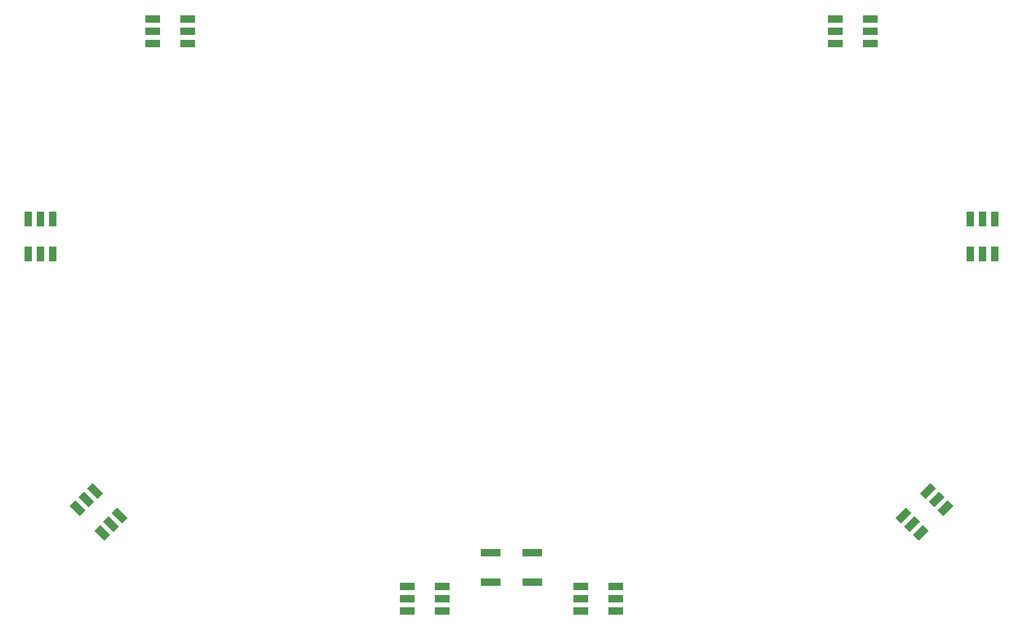
<source format=gtp>
G04 #@! TF.GenerationSoftware,KiCad,Pcbnew,(5.1.10)-1*
G04 #@! TF.CreationDate,2021-06-02T00:04:46-04:00*
G04 #@! TF.ProjectId,PocketVoltex,506f636b-6574-4566-9f6c-7465782e6b69,7*
G04 #@! TF.SameCoordinates,Original*
G04 #@! TF.FileFunction,Paste,Top*
G04 #@! TF.FilePolarity,Positive*
%FSLAX46Y46*%
G04 Gerber Fmt 4.6, Leading zero omitted, Abs format (unit mm)*
G04 Created by KiCad (PCBNEW (5.1.10)-1) date 2021-06-02 00:04:46*
%MOMM*%
%LPD*%
G01*
G04 APERTURE LIST*
%ADD10R,2.000000X1.100000*%
%ADD11C,0.100000*%
%ADD12R,1.100000X2.000000*%
%ADD13R,2.800000X1.000000*%
G04 APERTURE END LIST*
D10*
X164800000Y-144300000D03*
X164800000Y-146000000D03*
X164800000Y-147700000D03*
X169600000Y-147700000D03*
X169600000Y-146000000D03*
X169600000Y-144300000D03*
X140800000Y-144300000D03*
X140800000Y-146000000D03*
X140800000Y-147700000D03*
X145600000Y-147700000D03*
X145600000Y-146000000D03*
X145600000Y-144300000D03*
D11*
G36*
X210396878Y-134176777D02*
G01*
X208982664Y-135590991D01*
X208204846Y-134813173D01*
X209619060Y-133398959D01*
X210396878Y-134176777D01*
G37*
G36*
X211598960Y-135378858D02*
G01*
X210184746Y-136793072D01*
X209406928Y-136015254D01*
X210821142Y-134601040D01*
X211598960Y-135378858D01*
G37*
G36*
X212801041Y-136580940D02*
G01*
X211386827Y-137995154D01*
X210609009Y-137217336D01*
X212023223Y-135803122D01*
X212801041Y-136580940D01*
G37*
G36*
X216195154Y-133186827D02*
G01*
X214780940Y-134601041D01*
X214003122Y-133823223D01*
X215417336Y-132409009D01*
X216195154Y-133186827D01*
G37*
G36*
X214993072Y-131984746D02*
G01*
X213578858Y-133398960D01*
X212801040Y-132621142D01*
X214215254Y-131206928D01*
X214993072Y-131984746D01*
G37*
G36*
X213790991Y-130782664D02*
G01*
X212376777Y-132196878D01*
X211598959Y-131419060D01*
X213013173Y-130004846D01*
X213790991Y-130782664D01*
G37*
G36*
X98023223Y-132196878D02*
G01*
X96609009Y-130782664D01*
X97386827Y-130004846D01*
X98801041Y-131419060D01*
X98023223Y-132196878D01*
G37*
G36*
X96821142Y-133398960D02*
G01*
X95406928Y-131984746D01*
X96184746Y-131206928D01*
X97598960Y-132621142D01*
X96821142Y-133398960D01*
G37*
G36*
X95619060Y-134601041D02*
G01*
X94204846Y-133186827D01*
X94982664Y-132409009D01*
X96396878Y-133823223D01*
X95619060Y-134601041D01*
G37*
G36*
X99013173Y-137995154D02*
G01*
X97598959Y-136580940D01*
X98376777Y-135803122D01*
X99790991Y-137217336D01*
X99013173Y-137995154D01*
G37*
G36*
X100215254Y-136793072D02*
G01*
X98801040Y-135378858D01*
X99578858Y-134601040D01*
X100993072Y-136015254D01*
X100215254Y-136793072D01*
G37*
G36*
X101417336Y-135590991D02*
G01*
X100003122Y-134176777D01*
X100780940Y-133398959D01*
X102195154Y-134813173D01*
X101417336Y-135590991D01*
G37*
D12*
X218500000Y-98400000D03*
X220200000Y-98400000D03*
X221900000Y-98400000D03*
X221900000Y-93600000D03*
X220200000Y-93600000D03*
X218500000Y-93600000D03*
X91900000Y-93600000D03*
X90200000Y-93600000D03*
X88500000Y-93600000D03*
X88500000Y-98400000D03*
X90200000Y-98400000D03*
X91900000Y-98400000D03*
D10*
X204700000Y-69400000D03*
X204700000Y-67700000D03*
X204700000Y-66000000D03*
X199900000Y-66000000D03*
X199900000Y-67700000D03*
X199900000Y-69400000D03*
X110500000Y-69400000D03*
X110500000Y-67700000D03*
X110500000Y-66000000D03*
X105700000Y-66000000D03*
X105700000Y-67700000D03*
X105700000Y-69400000D03*
D13*
X152300000Y-139692000D03*
X158100000Y-139692000D03*
X152300000Y-143692000D03*
X158100000Y-143692000D03*
M02*

</source>
